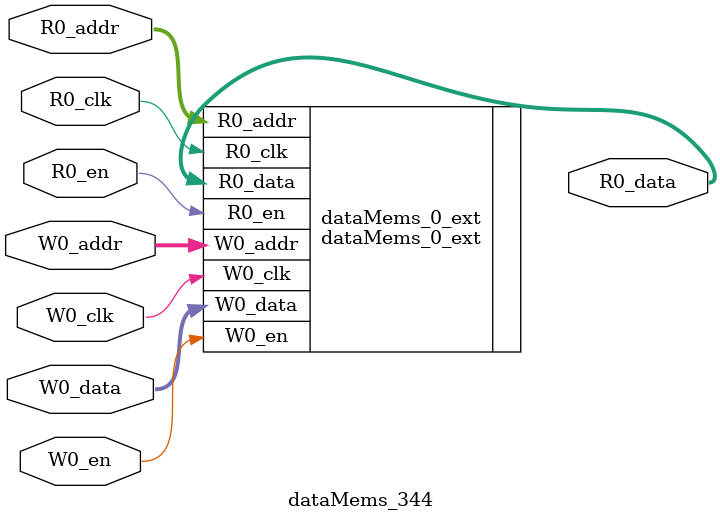
<source format=sv>
`ifndef RANDOMIZE
  `ifdef RANDOMIZE_REG_INIT
    `define RANDOMIZE
  `endif // RANDOMIZE_REG_INIT
`endif // not def RANDOMIZE
`ifndef RANDOMIZE
  `ifdef RANDOMIZE_MEM_INIT
    `define RANDOMIZE
  `endif // RANDOMIZE_MEM_INIT
`endif // not def RANDOMIZE

`ifndef RANDOM
  `define RANDOM $random
`endif // not def RANDOM

// Users can define 'PRINTF_COND' to add an extra gate to prints.
`ifndef PRINTF_COND_
  `ifdef PRINTF_COND
    `define PRINTF_COND_ (`PRINTF_COND)
  `else  // PRINTF_COND
    `define PRINTF_COND_ 1
  `endif // PRINTF_COND
`endif // not def PRINTF_COND_

// Users can define 'ASSERT_VERBOSE_COND' to add an extra gate to assert error printing.
`ifndef ASSERT_VERBOSE_COND_
  `ifdef ASSERT_VERBOSE_COND
    `define ASSERT_VERBOSE_COND_ (`ASSERT_VERBOSE_COND)
  `else  // ASSERT_VERBOSE_COND
    `define ASSERT_VERBOSE_COND_ 1
  `endif // ASSERT_VERBOSE_COND
`endif // not def ASSERT_VERBOSE_COND_

// Users can define 'STOP_COND' to add an extra gate to stop conditions.
`ifndef STOP_COND_
  `ifdef STOP_COND
    `define STOP_COND_ (`STOP_COND)
  `else  // STOP_COND
    `define STOP_COND_ 1
  `endif // STOP_COND
`endif // not def STOP_COND_

// Users can define INIT_RANDOM as general code that gets injected into the
// initializer block for modules with registers.
`ifndef INIT_RANDOM
  `define INIT_RANDOM
`endif // not def INIT_RANDOM

// If using random initialization, you can also define RANDOMIZE_DELAY to
// customize the delay used, otherwise 0.002 is used.
`ifndef RANDOMIZE_DELAY
  `define RANDOMIZE_DELAY 0.002
`endif // not def RANDOMIZE_DELAY

// Define INIT_RANDOM_PROLOG_ for use in our modules below.
`ifndef INIT_RANDOM_PROLOG_
  `ifdef RANDOMIZE
    `ifdef VERILATOR
      `define INIT_RANDOM_PROLOG_ `INIT_RANDOM
    `else  // VERILATOR
      `define INIT_RANDOM_PROLOG_ `INIT_RANDOM #`RANDOMIZE_DELAY begin end
    `endif // VERILATOR
  `else  // RANDOMIZE
    `define INIT_RANDOM_PROLOG_
  `endif // RANDOMIZE
`endif // not def INIT_RANDOM_PROLOG_

// Include register initializers in init blocks unless synthesis is set
`ifndef SYNTHESIS
  `ifndef ENABLE_INITIAL_REG_
    `define ENABLE_INITIAL_REG_
  `endif // not def ENABLE_INITIAL_REG_
`endif // not def SYNTHESIS

// Include rmemory initializers in init blocks unless synthesis is set
`ifndef SYNTHESIS
  `ifndef ENABLE_INITIAL_MEM_
    `define ENABLE_INITIAL_MEM_
  `endif // not def ENABLE_INITIAL_MEM_
`endif // not def SYNTHESIS

module dataMems_344(	// @[generators/ara/src/main/scala/UnsafeAXI4ToTL.scala:365:62]
  input  [4:0]  R0_addr,
  input         R0_en,
  input         R0_clk,
  output [66:0] R0_data,
  input  [4:0]  W0_addr,
  input         W0_en,
  input         W0_clk,
  input  [66:0] W0_data
);

  dataMems_0_ext dataMems_0_ext (	// @[generators/ara/src/main/scala/UnsafeAXI4ToTL.scala:365:62]
    .R0_addr (R0_addr),
    .R0_en   (R0_en),
    .R0_clk  (R0_clk),
    .R0_data (R0_data),
    .W0_addr (W0_addr),
    .W0_en   (W0_en),
    .W0_clk  (W0_clk),
    .W0_data (W0_data)
  );
endmodule


</source>
